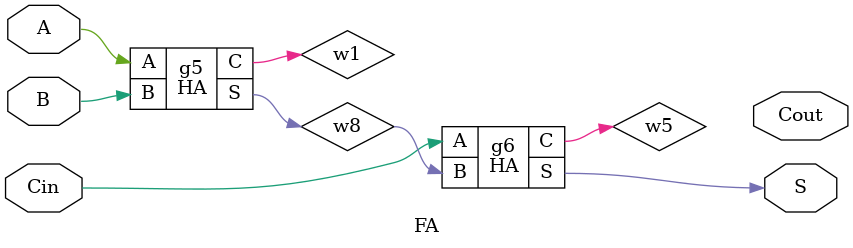
<source format=v>

module CPA16b(S, B, Cin, Cout, A);
//: interface  /sz:(118, 71) /bd:[ Ti0>A[15:0](42/118) Ti1>B[15:0](71/118) Ri0>Cin(34/71) Lo0<Cout(35/71) Bo0<S[15:0](58/118) ]
input [15:0] B;    //: /sn:0 {0}(740,214)(639,214){1}
//: {2}(638,214)(481,214){3}
//: {4}(480,214)(326,214){5}
//: {6}(325,214)(171,214){7}
//: {8}(170,214)(154,214){9}
input [15:0] A;    //: /sn:0 {0}(740,190)(607,190){1}
//: {2}(606,190)(448,190){3}
//: {4}(447,190)(293,190){5}
//: {6}(292,190)(138,190){7}
//: {8}(137,190)(131,190){9}
input Cin;    //: /sn:0 {0}(740,297)(687,297){1}
output Cout;    //: /sn:0 /dp:1 {0}(100,296)(80,296)(80,297)(61,297){1}
output [15:0] S;    //: /sn:0 /dp:1 {0}(722,366)(773,366){1}
wire [3:0] w16;    //: /sn:0 {0}(448,194)(448,262){1}
wire [3:0] w6;    //: /sn:0 {0}(470,337)(470,371)(716,371){1}
wire [3:0] w7;    //: /sn:0 /dp:1 {0}(311,336)(311,361)(716,361){1}
wire [3:0] w25;    //: /sn:0 {0}(639,218)(639,262){1}
wire [3:0] w4;    //: /sn:0 {0}(629,337)(629,381)(716,381){1}
wire [3:0] w3;    //: /sn:0 {0}(326,218)(326,262){1}
wire [3:0] w0;    //: /sn:0 {0}(138,194)(138,261){1}
wire w19;    //: /sn:0 {0}(410,297)(392,297)(392,296)(374,296){1}
wire [3:0] w24;    //: /sn:0 {0}(607,194)(607,202)(606,202)(606,262){1}
wire [3:0] w1;    //: /sn:0 {0}(171,218)(171,261){1}
wire [3:0] w8;    //: /sn:0 /dp:1 {0}(156,336)(156,351)(716,351){1}
wire w27;    //: /sn:0 {0}(568,297)(529,297){1}
wire [3:0] w17;    //: /sn:0 {0}(481,218)(481,262){1}
wire [3:0] w2;    //: /sn:0 {0}(293,194)(293,262){1}
wire w5;    //: /sn:0 {0}(255,296)(219,296){1}
//: enddecls

  tran g8(.Z(w16), .I(A[7:4]));   //: @(448,188) /sn:0 /R:1 /anc:1 /w:[ 0 4 3 ] /ss:1
  CPA g4 (.B(w17), .A(w16), .Cin(w27), .Cout(w19), .S(w6));   //: @(411, 263) /sz:(117, 73) /sn:0 /p:[ Ti0>1 Ti1>1 Ri0>1 Lo0<0 Bo0<0 ]
  CPA g3 (.B(w3), .A(w2), .Cin(w19), .Cout(w5), .S(w7));   //: @(256, 263) /sz:(117, 72) /sn:0 /p:[ Ti0>1 Ti1>1 Ri0>1 Lo0<0 Bo0<0 ]
  concat g16 (.I0(w4), .I1(w6), .I2(w7), .I3(w8), .Z(S));   //: @(721,366) /sn:0 /w:[ 1 1 1 1 0 ] /dr:0
  //: output g17 (S) @(770,366) /sn:0 /w:[ 1 ]
  //: input g2 (B) @(742,214) /sn:0 /R:2 /w:[ 0 ]
  CPA g1 (.B(w1), .A(w0), .Cin(w5), .Cout(Cout), .S(w8));   //: @(101, 262) /sz:(117, 73) /sn:0 /p:[ Ti0>1 Ti1>1 Ri0>1 Lo0<0 Bo0<0 ]
  tran g10(.Z(w0), .I(A[15:12]));   //: @(138,188) /sn:0 /R:1 /w:[ 0 8 7 ] /ss:1
  //: input g6 (Cin) @(742,297) /sn:0 /R:2 /w:[ 0 ]
  tran g9(.Z(w24), .I(A[3:0]));   //: @(607,188) /sn:0 /R:1 /w:[ 0 2 1 ] /ss:1
  tran g7(.Z(w2), .I(A[11:8]));   //: @(293,188) /sn:0 /R:1 /w:[ 0 6 5 ] /ss:1
  tran g12(.Z(w17), .I(B[7:4]));   //: @(481,212) /sn:0 /R:1 /w:[ 0 4 3 ] /ss:1
  tran g14(.Z(w1), .I(B[15:12]));   //: @(171,212) /sn:0 /R:1 /w:[ 0 8 7 ] /ss:1
  tran g11(.Z(w3), .I(B[11:8]));   //: @(326,212) /sn:0 /R:1 /w:[ 0 6 5 ] /ss:1
  CPA g5 (.B(w25), .A(w24), .Cin(Cin), .Cout(w27), .S(w4));   //: @(569, 263) /sz:(117, 73) /sn:0 /p:[ Ti0>1 Ti1>1 Ri0>1 Lo0<0 Bo0<0 ]
  //: output g15 (Cout) @(64,297) /sn:0 /R:2 /w:[ 1 ]
  //: input g0 (A) @(742,190) /sn:0 /R:2 /w:[ 0 ]
  tran g13(.Z(w25), .I(B[3:0]));   //: @(639,212) /sn:0 /R:1 /w:[ 0 2 1 ] /ss:1

endmodule

module HA(C, S, B, A);
//: interface  /sz:(263, 230) /bd:[ Li0>A(49/230) Li1>B(127/230) To0<C(143/263) Ro0<S(91/230) ]
input B;    //: /sn:0 {0}(122,340)(208,340){1}
//: {2}(212,340)(257,340)(257,326)(265,326){3}
//: {4}(210,342)(210,371)(265,371){5}
input A;    //: /sn:0 {0}(122,321)(225,321){1}
//: {2}(229,321)(265,321){3}
//: {4}(227,323)(227,366)(265,366){5}
output C;    //: /sn:0 /dp:1 {0}(286,369)(380,369){1}
output S;    //: /sn:0 /dp:1 {0}(286,324)(375,324){1}
//: enddecls

  xor g4 (.I0(A), .I1(B), .Z(S));   //: @(276,324) /sn:0 /delay:" 5" /w:[ 3 3 0 ]
  //: output g3 (C) @(377,369) /sn:0 /w:[ 1 ]
  //: output g2 (S) @(372,324) /sn:0 /w:[ 1 ]
  //: input g1 (B) @(120,340) /sn:0 /w:[ 0 ]
  //: joint g6 (B) @(210, 340) /w:[ 2 -1 1 4 ]
  //: joint g7 (A) @(227, 321) /w:[ 2 -1 1 4 ]
  and g5 (.I0(A), .I1(B), .Z(C));   //: @(276,369) /sn:0 /delay:" 4" /w:[ 5 5 0 ]
  //: input g0 (A) @(120,321) /sn:0 /w:[ 0 ]

endmodule

module CPA(Cin, B, S, A, Cout);
//: interface  /sz:(327, 51) /bd:[ Ti0>A(106/327) Ti1>B(174/327) Ti2>B(174/327) Ti3>A(106/327) Ri0>Cin(24/51) Ri1>Cin(24/51) Lo0<C4(28/51) Lo1<C4(28/51) Bo0<S3(44/327) Bo1<S2(118/327) Bo2<S1(203/327) Bo3<S0(280/327) Bo4<S0(280/327) Bo5<S1(203/327) Bo6<S2(118/327) Bo7<S3(44/327) ]
input [3:0] B;    //: /sn:0 {0}(734,44)(698,44){1}
//: {2}(697,44)(597,44){3}
//: {4}(596,44)(500,44){5}
//: {6}(499,44)(399,44){7}
//: {8}(398,44)(319,44){9}
input [3:0] A;    //: /sn:0 {0}(319,21)(377,21){1}
//: {2}(378,21)(471,21){3}
//: {4}(472,21)(572,21){5}
//: {6}(573,21)(671,21){7}
//: {8}(672,21)(725,21){9}
input Cin;    //: /sn:0 /dp:1 {0}(720,125)(749,125){1}
output Cout;    //: /sn:0 /dp:1 {0}(354,113)(331,113)(331,181){1}
output [3:0] S;    //: /sn:0 /dp:1 {0}(256,247)(168,247){1}
wire w6;    //: /sn:0 {0}(500,48)(500,56)(497,56)(497,80){1}
wire A0;    //: /sn:0 {0}(673,86)(673,33)(672,33)(672,25){1}
wire S1;    //: /sn:0 {0}(587,155)(587,242)(262,242){1}
wire w7;    //: /sn:0 {0}(573,25)(573,83){1}
wire w4;    //: /sn:0 {0}(620,122)(650,122){1}
wire A3;    //: /sn:0 {0}(377,77)(377,33)(378,33)(378,25){1}
wire w3;    //: /sn:0 {0}(424,116)(450,116){1}
wire w1;    //: /sn:0 /dp:1 {0}(391,149)(391,262)(262,262){1}
wire w8;    //: /sn:0 {0}(597,48)(597,83){1}
wire w2;    //: /sn:0 {0}(472,25)(472,33)(473,33)(473,80){1}
wire w5;    //: /sn:0 {0}(550,119)(520,119){1}
wire B3;    //: /sn:0 {0}(401,77)(401,56)(399,56)(399,48){1}
wire w9;    //: /sn:0 {0}(687,158)(687,232)(262,232){1}
wire B0;    //: /sn:0 {0}(697,86)(697,56)(698,56)(698,48){1}
wire S2;    //: /sn:0 {0}(487,152)(487,252)(262,252){1}
//: enddecls

  tran g4(.Z(w2), .I(A[2]));   //: @(472,19) /sn:0 /R:1 /w:[ 0 3 4 ] /ss:1
  //: input g8 (Cin) @(751,125) /sn:0 /R:2 /w:[ 1 ]
  tran g3(.Z(w7), .I(A[1]));   //: @(573,19) /sn:0 /R:1 /w:[ 0 5 6 ] /ss:1
  FA g16 (.B(w6), .A(w2), .Cin(w5), .Cout(w3), .S(S2));   //: @(451, 81) /sz:(68, 70) /sn:0 /p:[ Ti0>1 Ti1>1 Ri0>1 Lo0<1 Bo0<0 ]
  FA g17 (.B(B3), .A(A3), .Cin(w3), .Cout(Cout), .S(w1));   //: @(355, 78) /sz:(68, 70) /sn:0 /p:[ Ti0>0 Ti1>0 Ri0>0 Lo0<0 Bo0<0 ]
  tran g2(.Z(A0), .I(A[0]));   //: @(672,19) /sn:0 /R:1 /w:[ 1 7 8 ] /ss:1
  //: input g1 (B) @(317,44) /sn:0 /w:[ 9 ]
  tran g18(.Z(w8), .I(B[1]));   //: @(597,42) /sn:0 /R:1 /w:[ 0 4 3 ] /ss:1
  concat g10 (.I0(w9), .I1(S1), .I2(S2), .I3(w1), .Z(S));   //: @(257,247) /sn:0 /R:2 /w:[ 1 1 1 1 0 ] /dr:0
  tran g6(.Z(B3), .I(B[3]));   //: @(399,42) /sn:0 /R:1 /w:[ 1 8 7 ] /ss:1
  tran g7(.Z(w6), .I(B[2]));   //: @(500,42) /sn:0 /R:1 /w:[ 0 6 5 ] /ss:1
  //: output g9 (S) @(171,247) /sn:0 /R:2 /w:[ 1 ]
  tran g5(.Z(A3), .I(A[3]));   //: @(378,19) /sn:0 /R:1 /w:[ 1 1 2 ] /ss:1
  FA g14 (.B(B0), .A(A0), .Cin(Cin), .Cout(w4), .S(w9));   //: @(651, 87) /sz:(68, 70) /sn:0 /p:[ Ti0>0 Ti1>0 Ri0>0 Lo0<1 Bo0<0 ]
  tran g19(.Z(B0), .I(B[0]));   //: @(698,42) /sn:0 /R:1 /w:[ 1 2 1 ] /ss:1
  //: input g0 (A) @(317,21) /sn:0 /w:[ 0 ]
  FA g15 (.B(w8), .A(w7), .Cin(w4), .Cout(w5), .S(S1));   //: @(551, 84) /sz:(68, 70) /sn:0 /p:[ Ti0>1 Ti1>1 Ri0>0 Lo0<0 Bo0<0 ]
  //: output g13 (Cout) @(331,178) /sn:0 /R:3 /w:[ 1 ]

endmodule

module main;    //: root_module
wire w6;    //: /sn:0 {0}(4862,311)(4852,311){1}
wire w7;    //: /sn:0 /dp:1 {0}(388,476)(388,308)(444,308){1}
wire w4;    //: /sn:0 {0}(4892,300)(4882,300){1}
wire [15:0] w0;    //: /sn:0 /dp:1 {0}(621,108)(621,220){1}
wire [15:0] w1;    //: /sn:0 /dp:1 {0}(589,458)(589,400){1}
wire w2;    //: /sn:0 {0}(740,306)(768,306){1}
wire [15:0] w5;    //: /sn:0 /dp:1 {0}(549,159)(549,220){1}
//: enddecls

  //: switch g4 (w4) @(4910,300) /sn:0 /R:2 /w:[ 0 ] /st:0
  led g3 (.I(w1));   //: @(589,465) /sn:0 /R:2 /w:[ 0 ] /type:3
  //: dip g2 (w0) @(621,98) /sn:0 /w:[ 0 ] /st:1280
  //: dip g1 (w5) @(549,149) /sn:0 /w:[ 0 ] /st:256
  //: switch g6 (w2) @(786,306) /sn:0 /R:2 /w:[ 1 ] /st:0
  led g7 (.I(w7));   //: @(388,483) /sn:0 /R:2 /w:[ 0 ] /type:0
  //: switch g5 (w6) @(4880,311) /sn:0 /R:2 /w:[ 0 ] /st:0
  CPA16b g0 (.B(w0), .A(w5), .Cin(w2), .Cout(w7), .S(w1));   //: @(445, 221) /sz:(294, 178) /sn:0 /p:[ Ti0>1 Ti1>1 Ri0>0 Lo0<1 Bo0<1 ]

endmodule

module FA(Cout, S, Cin, B, A);
//: interface  /sz:(169, 168) /bd:[ Li0>A(43/168) Li1>B(84/168) Li2>Cin(126/168) To0<Cout(98/169) Ro0<S(83/168) ]
input B;    //: /sn:0 {0}(125,198)(216,198){1}
input A;    //: /sn:0 {0}(125,181)(216,181){1}
input Cin;    //: /sn:0 {0}(132,107)(277,107){1}
output Cout;    //: /sn:0 /dp:1 {0}(391,153)(419,153){1}
output S;    //: /sn:0 {0}(299,98)(299,67)(317,67){1}
wire w1;    //: /sn:0 {0}(239,175)(239,155)(370,155){1}
wire w8;    //: /sn:0 {0}(259,199)(269,199)(269,121)(277,121){1}
wire w5;    //: /sn:0 {0}(319,114)(360,114)(360,150)(370,150){1}
//: enddecls

  //: output g4 (Cout) @(416,153) /sn:0 /w:[ 1 ]
  //: output g3 (S) @(314,67) /sn:0 /w:[ 1 ]
  //: input g2 (Cin) @(130,107) /sn:0 /w:[ 0 ]
  //: input g1 (B) @(123,198) /sn:0 /w:[ 0 ]
  HA g6 (.B(w8), .A(Cin), .S(S), .C(w5));   //: @(278, 99) /sz:(40, 40) /sn:0 /p:[ Li0>1 Li1>1 To0<0 Ro0<0 ]
  or g9 (.I0(w5), .I1(w1), .Z(Cout));   //: @(381,153) /sn:0 /delay:" 4" /w:[ 1 1 0 ]
  HA g5 (.B(B), .A(A), .C(w1), .S(w8));   //: @(217, 176) /sz:(41, 40) /sn:0 /p:[ Li0>1 Li1>1 To0<0 Ro0<0 ]
  //: input g0 (A) @(123,181) /sn:0 /w:[ 0 ]

endmodule

</source>
